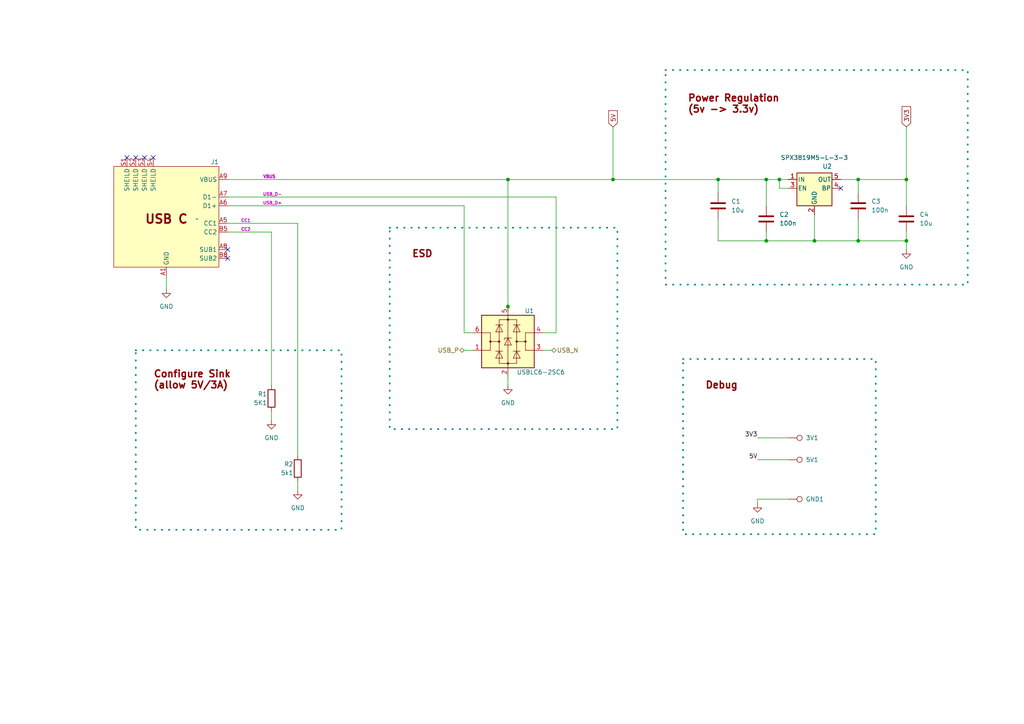
<source format=kicad_sch>
(kicad_sch (version 20231120) (generator "eeschema") (generator_version "8.0")
  (paper "A4")
  (title_block (title "Firefly Pixie") (date "2023-10-24") (rev "rev.4.3"))
  (lib_symbols
    (symbol "Connector:TestPoint" (pin_numbers hide) (pin_names (offset 0.762) hide)
      (property "Reference" "TP" (at 0 6.858 0))
      (property "Value" "TestPoint" (at 0 5.08 0))
      (symbol "TestPoint_0_1"
        (circle (center 0 3.302) (radius 0.762))
      )
      (symbol "TestPoint_1_1"
        (pin passive line (at 0 0 90) (length 2.54) (name "1") (number "1"))
      )
    )
    (symbol "Device:C" (pin_numbers hide) (pin_names (offset 0.254))
      (property "Reference" "C" (at 0.635 2.54 0))
      (property "Value" "C" (at 0.635 -2.54 0))
      (symbol "C_0_1"
        (polyline (pts (xy -2.032 -0.762) (xy 2.032 -0.762)) (stroke (width 0.508)))
        (polyline (pts (xy -2.032 0.762) (xy 2.032 0.762)) (stroke (width 0.508)))
      )
      (symbol "C_1_1"
        (pin passive line (at 0 3.81 270) (length 2.794) (name "~") (number "1"))
        (pin passive line (at 0 -3.81 90) (length 2.794) (name "~") (number "2"))
      )
    )
    (symbol "Device:R" (pin_numbers hide) (pin_names (offset 0))
      (property "Reference" "R" (at 2.032 0 90))
      (property "Value" "R" (at 0 0 90))
      (symbol "R_0_1"
        (rectangle (start -1.016 -2.54) (end 1.016 2.54) (stroke (width 0.254)))
      )
      (symbol "R_1_1"
        (pin passive line (at 0 3.81 270) (length 1.27) (name "~") (number "1"))
        (pin passive line (at 0 -3.81 90) (length 1.27) (name "~") (number "2"))
      )
    )
    (symbol "Firefly:USB_C_SINK"
      (property "Reference" "J" (at 16.51 -17.78 0))
      (symbol "USB_C_SINK_1_1"
        (rectangle (start -15.24 13.97) (end 15.24 -15.24) (fill (type background)))
        (text "USB C" (at 0 -1.27 0) (effects (font (size 2.54 2.54) (bold yes))))
        (pin passive line (at 0 -17.78 90) (length 2.54) (name "GND") (number "A1"))
        (pin passive line (at 0 -17.78 90) (length 2.54) hide (name "GND") (number "A12"))
        (pin passive line (at 17.78 10.16 180) (length 2.54) hide (name "VBUS") (number "A4"))
        (pin bidirectional line (at 17.78 -2.54 180) (length 2.54) (name "CC1") (number "A5"))
        (pin bidirectional line (at 17.78 2.54 180) (length 2.54) (name "D1+") (number "A6"))
        (pin bidirectional line (at 17.78 5.08 180) (length 2.54) (name "D1-") (number "A7"))
        (pin bidirectional line (at 17.78 -10.16 180) (length 2.54) (name "SUB1") (number "A8"))
        (pin bidirectional line (at 17.78 10.16 180) (length 2.54) (name "VBUS") (number "A9"))
        (pin passive line (at 0 -17.78 90) (length 2.54) hide (name "GND") (number "B1"))
        (pin passive line (at 0 -17.78 90) (length 2.54) hide (name "GND") (number "B12"))
        (pin bidirectional line (at 17.78 10.16 180) (length 2.54) hide (name "VBUS") (number "B4"))
        (pin bidirectional line (at 17.78 -5.08 180) (length 2.54) (name "CC2") (number "B5"))
        (pin bidirectional line (at 17.78 2.54 180) (length 2.54) hide (name "D2+") (number "B6"))
        (pin bidirectional line (at 17.78 5.08 180) (length 2.54) hide (name "D2-") (number "B7"))
        (pin bidirectional line (at 17.78 -12.7 180) (length 2.54) (name "SUB2") (number "B8"))
        (pin passive line (at 17.78 10.16 180) (length 2.54) hide (name "VBUS") (number "B9"))
        (pin passive line (at -11.43 16.51 270) (length 2.54) (name "SHEILD") (number "S1"))
        (pin passive line (at -8.89 16.51 270) (length 2.54) (name "SHEILD") (number "S2"))
        (pin passive line (at -6.35 16.51 270) (length 2.54) (name "SHEILD") (number "S3"))
        (pin passive line (at -3.81 16.51 270) (length 2.54) (name "SHEILD") (number "S4"))
      )
    )
    (symbol "Power_Protection:USBLC6-2SC6" (pin_names hide)
      (property "Reference" "U" (at 2.54 8.89 0))
      (property "Value" "USBLC6-2SC6" (at 2.54 -8.89 0))
      (symbol "USBLC6-2SC6_0_1"
        (rectangle (start -7.62 -7.62) (end 7.62 7.62) (stroke (width 0.254)) (fill (type background)))
        (circle (center -5.08 0) (radius 0.254) (fill (type outline)))
        (circle (center -2.54 0) (radius 0.254) (fill (type outline)))
        (rectangle (start -2.54 6.35) (end 2.54 -6.35))
        (circle (center 0 -6.35) (radius 0.254) (fill (type outline)))
        (polyline (pts (xy -5.08 -2.54) (xy -7.62 -2.54)))
        (polyline (pts (xy -5.08 0) (xy -5.08 -2.54)))
        (polyline (pts (xy -5.08 2.54) (xy -7.62 2.54)))
        (polyline (pts (xy -1.524 -2.794) (xy -3.556 -2.794)))
        (polyline (pts (xy -1.524 4.826) (xy -3.556 4.826)))
        (polyline (pts (xy 0 -7.62) (xy 0 -6.35)))
        (polyline (pts (xy 0 -6.35) (xy 0 1.27)))
        (polyline (pts (xy 0 1.27) (xy 0 6.35)))
        (polyline (pts (xy 0 6.35) (xy 0 7.62)))
        (polyline (pts (xy 1.524 -2.794) (xy 3.556 -2.794)))
        (polyline (pts (xy 1.524 4.826) (xy 3.556 4.826)))
        (polyline (pts (xy 5.08 -2.54) (xy 7.62 -2.54)))
        (polyline (pts (xy 5.08 0) (xy 5.08 -2.54)))
        (polyline (pts (xy 5.08 2.54) (xy 7.62 2.54)))
        (polyline (pts (xy -2.54 0) (xy -5.08 0) (xy -5.08 2.54)))
        (polyline (pts (xy 2.54 0) (xy 5.08 0) (xy 5.08 2.54)))
        (polyline (pts (xy -3.556 -4.826) (xy -1.524 -4.826) (xy -2.54 -2.794) (xy -3.556 -4.826)))
        (polyline (pts (xy -3.556 2.794) (xy -1.524 2.794) (xy -2.54 4.826) (xy -3.556 2.794)))
        (polyline (pts (xy -1.016 -1.016) (xy 1.016 -1.016) (xy 0 1.016) (xy -1.016 -1.016)))
        (polyline (pts (xy 1.016 1.016) (xy 0.762 1.016) (xy -1.016 1.016) (xy -1.016 0.508)))
        (polyline (pts (xy 3.556 -4.826) (xy 1.524 -4.826) (xy 2.54 -2.794) (xy 3.556 -4.826)))
        (polyline (pts (xy 3.556 2.794) (xy 1.524 2.794) (xy 2.54 4.826) (xy 3.556 2.794)))
        (circle (center 0 6.35) (radius 0.254) (fill (type outline)))
        (circle (center 2.54 0) (radius 0.254) (fill (type outline)))
        (circle (center 5.08 0) (radius 0.254) (fill (type outline)))
      )
      (symbol "USBLC6-2SC6_1_1"
        (pin passive line (at -10.16 -2.54 0) (length 2.54) (name "I/O1") (number "1"))
        (pin passive line (at 0 -10.16 90) (length 2.54) (name "GND") (number "2"))
        (pin passive line (at 10.16 -2.54 180) (length 2.54) (name "I/O2") (number "3"))
        (pin passive line (at 10.16 2.54 180) (length 2.54) (name "I/O2") (number "4"))
        (pin passive line (at 0 10.16 270) (length 2.54) (name "VBUS") (number "5"))
        (pin passive line (at -10.16 2.54 0) (length 2.54) (name "I/O1") (number "6"))
      )
    )
    (symbol "Regulator_Linear:SPX3819M5-L-3-3" (pin_names (offset 0.254))
      (property "Reference" "U" (at -3.81 5.715 0))
      (property "Value" "SPX3819M5-L-3-3" (at 0 5.715 0))
      (symbol "SPX3819M5-L-3-3_0_1"
        (rectangle (start -5.08 4.445) (end 5.08 -5.08) (stroke (width 0.254)) (fill (type background)))
      )
      (symbol "SPX3819M5-L-3-3_1_1"
        (pin power_in line (at -7.62 2.54 0) (length 2.54) (name "IN") (number "1"))
        (pin power_in line (at 0 -7.62 90) (length 2.54) (name "GND") (number "2"))
        (pin input line (at -7.62 0 0) (length 2.54) (name "EN") (number "3"))
        (pin input line (at 7.62 0 180) (length 2.54) (name "BP") (number "4"))
        (pin power_out line (at 7.62 2.54 180) (length 2.54) (name "OUT") (number "5"))
      )
    )
    (symbol "power:GND" (power) (pin_names (offset 0))
      (property "Value" "GND" (at 0 -3.81 0))
      (symbol "GND_0_1"
        (polyline (pts (xy 0 0) (xy 0 -1.27) (xy 1.27 -1.27) (xy 0 -2.54) (xy -1.27 -1.27) (xy 0 -1.27)))
      )
      (symbol "GND_1_1"
        (pin power_in line (at 0 0 270) (length 0) hide (name "GND") (number "1"))
      )
    )
  )
  (junction (at 222.25 52.07))
  (junction (at 147.32 88.9))
  (junction (at 248.92 69.85))
  (junction (at 262.89 69.85))
  (junction (at 226.06 52.07))
  (junction (at 208.28 52.07))
  (junction (at 236.22 69.85))
  (junction (at 177.8 52.07))
  (junction (at 147.32 52.07))
  (junction (at 262.89 52.07))
  (junction (at 248.92 52.07))
  (junction (at 222.25 69.85))
  (no_connect (at 44.45 45.72))
  (no_connect (at 66.04 72.39))
  (no_connect (at 41.91 45.72))
  (no_connect (at 36.83 45.72))
  (no_connect (at 243.84 54.61))
  (no_connect (at 39.37 45.72))
  (no_connect (at 66.04 74.93))
  (wire (pts (xy 219.71 144.78) (xy 219.71 146.05)))
  (wire (pts (xy 226.06 52.07) (xy 226.06 54.61)))
  (wire (pts (xy 161.29 57.15) (xy 161.29 96.52)))
  (wire (pts (xy 248.92 63.5) (xy 248.92 69.85)))
  (wire (pts (xy 134.62 101.6) (xy 137.16 101.6)))
  (wire (pts (xy 236.22 69.85) (xy 222.25 69.85)))
  (wire (pts (xy 219.71 127) (xy 228.6 127)))
  (wire (pts (xy 134.62 96.52) (xy 137.16 96.52)))
  (wire (pts (xy 177.8 36.83) (xy 177.8 52.07)))
  (wire (pts (xy 86.36 64.77) (xy 66.04 64.77)))
  (wire (pts (xy 208.28 69.85) (xy 222.25 69.85)))
  (wire (pts (xy 48.26 80.01) (xy 48.26 83.82)))
  (wire (pts (xy 86.36 64.77) (xy 86.36 132.08)))
  (wire (pts (xy 134.62 59.69) (xy 134.62 96.52)))
  (wire (pts (xy 228.6 54.61) (xy 226.06 54.61)))
  (wire (pts (xy 147.32 52.07) (xy 177.8 52.07)))
  (wire (pts (xy 208.28 52.07) (xy 222.25 52.07)))
  (wire (pts (xy 219.71 133.35) (xy 228.6 133.35)))
  (wire (pts (xy 222.25 52.07) (xy 222.25 59.69)))
  (wire (pts (xy 262.89 67.31) (xy 262.89 69.85)))
  (wire (pts (xy 208.28 63.5) (xy 208.28 69.85)))
  (wire (pts (xy 157.48 96.52) (xy 161.29 96.52)))
  (wire (pts (xy 236.22 62.23) (xy 236.22 69.85)))
  (wire (pts (xy 208.28 52.07) (xy 208.28 55.88)))
  (wire (pts (xy 66.04 52.07) (xy 147.32 52.07)))
  (wire (pts (xy 262.89 69.85) (xy 248.92 69.85)))
  (wire (pts (xy 134.62 59.69) (xy 66.04 59.69)))
  (wire (pts (xy 248.92 52.07) (xy 243.84 52.07)))
  (wire (pts (xy 222.25 67.31) (xy 222.25 69.85)))
  (wire (pts (xy 262.89 36.83) (xy 262.89 52.07)))
  (wire (pts (xy 262.89 69.85) (xy 262.89 72.39)))
  (wire (pts (xy 262.89 52.07) (xy 248.92 52.07)))
  (wire (pts (xy 78.74 67.31) (xy 66.04 67.31)))
  (wire (pts (xy 78.74 67.31) (xy 78.74 111.76)))
  (wire (pts (xy 157.48 101.6) (xy 160.02 101.6)))
  (wire (pts (xy 86.36 139.7) (xy 86.36 142.24)))
  (wire (pts (xy 177.8 52.07) (xy 208.28 52.07)))
  (wire (pts (xy 147.32 109.22) (xy 147.32 111.76)))
  (wire (pts (xy 78.74 119.38) (xy 78.74 121.92)))
  (wire (pts (xy 262.89 59.69) (xy 262.89 52.07)))
  (wire (pts (xy 147.32 90.17) (xy 147.32 88.9)))
  (wire (pts (xy 228.6 144.78) (xy 219.71 144.78)))
  (wire (pts (xy 147.32 52.07) (xy 147.32 88.9)))
  (wire (pts (xy 222.25 52.07) (xy 226.06 52.07)))
  (wire (pts (xy 248.92 69.85) (xy 236.22 69.85)))
  (wire (pts (xy 161.29 57.15) (xy 66.04 57.15)))
  (wire (pts (xy 248.92 52.07) (xy 248.92 55.88)))
  (wire (pts (xy 226.06 52.07) (xy 228.6 52.07)))
  (rectangle (start 113.03 66.04) (end 179.07 124.46) (stroke (width 0.5) (type dot) (color 0 132 132 1)))
  (rectangle (start 193.04 20.32) (end 280.67 82.55) (stroke (width 0.5) (type dot) (color 0 132 132 1)))
  (rectangle (start 198.12 104.14) (end 254 154.94) (stroke (width 0.5) (type dot) (color 0 132 132 1)))
  (rectangle (start 39.37 101.6) (end 99.06 153.67) (stroke (width 0.5) (type dot) (color 0 132 132 1)))
  (text "Power Regulation\n(5v -> 3.3v)" (at 199.39 33.02 0) (effects (font (size 2 2) (thickness 0.4) (bold yes)) (justify left bottom)))
  (text "Configure Sink\n(allow 5V/3A)" (at 44.45 113.03 0) (effects (font (size 2 2) (thickness 0.4) (bold yes)) (justify left bottom)))
  (text "ESD" (at 119.38 74.93 0) (effects (font (size 2 2) (thickness 0.4) (bold yes)) (justify left bottom)))
  (text "Debug" (at 204.47 113.03 0) (effects (font (size 2 2) (thickness 0.4) (bold yes)) (justify left bottom)))
  (label "USB_D-" (at 76.2 57.15 0) (effects (font (size 0.9 0.9) (thickness 0.18) (bold yes))))
  (label "5V" (at 219.71 133.35 180))
  (label "CC2" (at 69.85 67.31 0) (effects (font (size 0.9 0.9) (thickness 0.18) (bold yes))))
  (label "3V3" (at 219.71 127 180))
  (label "CC1" (at 69.85 64.77 0) (effects (font (size 0.9 0.9) (thickness 0.18) (bold yes))))
  (label "USB_D+" (at 76.2 59.69 0) (effects (font (size 0.9 0.9) (thickness 0.18) (bold yes))))
  (label "VBUS" (at 80.01 52.07 180) (effects (font (size 0.9 0.9) (thickness 0.254) (bold yes))))
  (global_label "5V" (shape input) (at 177.8 36.83 90) (property "Intersheetrefs" "${INTERSHEET_REFS}" (effects (hide yes))))
  (global_label "3V3" (shape input) (at 262.89 36.83 90) (property "Intersheetrefs" "${INTERSHEET_REFS}" (effects (hide yes))))
  (hierarchical_label "USB_P" (shape bidirectional) (at 134.62 101.6 180))
  (hierarchical_label "USB_N" (shape bidirectional) (at 160.02 101.6 0))
  (symbol (lib_id "Firefly:USB_C_SINK") (at 48.26 62.23 0) (unit 1)
    (property "Reference" "J1" (at 63.5 46.99 0) (effects (justify right)))
    (property "Value" "~" (at 57.15 63.5 0))
    (property "Footprint" "firefly:USB_C_SINK" (effects (hide yes)))
    (property "MPN" "C2906289" (effects (hide yes)))
  )
  (symbol (lib_id "power:GND") (at 48.26 83.82 0) (unit 1)
    (property "Reference" "#PWR02" (effects (hide yes)))
    (property "Value" "GND" (at 48.26 88.9 0))
  )
  (symbol (lib_id "Connector:TestPoint") (at 228.6 127 270) (unit 1) (in_bom no)
    (property "Reference" "3V1" (at 233.68 127 90) (effects (justify left)))
    (property "Value" "TestPoint" (effects (hide yes)))
    (property "Footprint" "TestPoint:TestPoint_Pad_1.0x1.0mm" (effects (hide yes)))
  )
  (symbol (lib_id "power:GND") (at 78.74 121.92 0) (unit 1)
    (property "Reference" "#PWR03" (effects (hide yes)))
    (property "Value" "GND" (at 78.74 127 0))
  )
  (symbol (lib_id "Device:R") (at 78.74 115.57 180) (unit 1)
    (property "Reference" "R1" (at 77.47 114.3 0) (effects (justify left)))
    (property "Value" "5K1" (at 77.47 116.84 0) (effects (justify left)))
    (property "Footprint" "Resistor_SMD:R_0201_0603Metric" (effects (hide yes)))
    (property "MPN" "C274341" (effects (hide yes)))
  )
  (symbol (lib_id "Device:R") (at 86.36 135.89 180) (unit 1)
    (property "Reference" "R2" (at 85.09 134.62 0) (effects (justify left)))
    (property "Value" "5k1" (at 85.09 137.16 0) (effects (justify left)))
    (property "Footprint" "Resistor_SMD:R_0201_0603Metric" (effects (hide yes)))
    (property "MPN" "C274341" (effects (hide yes)))
  )
  (symbol (lib_id "Connector:TestPoint") (at 228.6 144.78 270) (unit 1) (in_bom no)
    (property "Reference" "GND1" (at 233.68 144.78 90) (effects (justify left)))
    (property "Value" "TestPoint" (effects (hide yes)))
    (property "Footprint" "TestPoint:TestPoint_Pad_1.0x1.0mm" (effects (hide yes)))
  )
  (symbol (lib_id "Regulator_Linear:SPX3819M5-L-3-3") (at 236.22 54.61 0) (unit 1)
    (property "Reference" "U2" (at 241.3 48.26 0) (effects (justify right)))
    (property "Value" "SPX3819M5-L-3-3" (at 236.22 45.72 0))
    (property "Footprint" "Package_TO_SOT_SMD:SOT-23-5" (effects (hide yes)))
    (property "Datasheet" "https://www.exar.com/content/document.ashx?id=22106&languageid=1033&type=Datasheet&partnumber=SPX3819&filename=SPX3819.pdf&part=SPX3819" (effects (hide yes)))
    (property "MPN" "C5370980" (effects (hide yes)))
  )
  (symbol (lib_id "Device:C") (at 262.89 63.5 0) (unit 1)
    (property "Reference" "C4" (at 266.7 62.2299 0) (effects (justify left)))
    (property "Value" "10u" (at 266.7 64.7699 0) (effects (justify left)))
    (property "Footprint" "Capacitor_SMD:C_0402_1005Metric" (effects (hide yes)))
    (property "MPN" "C315248" (effects (hide yes)))
  )
  (symbol (lib_id "Device:C") (at 222.25 63.5 0) (unit 1)
    (property "Reference" "C2" (at 226.06 62.2299 0) (effects (justify left)))
    (property "Value" "100n" (at 226.06 64.7699 0) (effects (justify left)))
    (property "Footprint" "Capacitor_SMD:C_0201_0603Metric" (effects (hide yes)))
    (property "MPN" "C284966" (effects (hide yes)))
  )
  (symbol (lib_id "Device:C") (at 248.92 59.69 0) (unit 1)
    (property "Reference" "C3" (at 252.73 58.4199 0) (effects (justify left)))
    (property "Value" "100n" (at 252.73 60.9599 0) (effects (justify left)))
    (property "Footprint" "Capacitor_SMD:C_0201_0603Metric" (effects (hide yes)))
    (property "MPN" "C284966" (effects (hide yes)))
  )
  (symbol (lib_id "power:GND") (at 262.89 72.39 0) (unit 1)
    (property "Reference" "#PWR07" (effects (hide yes)))
    (property "Value" "GND" (at 262.89 77.47 0))
  )
  (symbol (lib_id "power:GND") (at 219.71 146.05 0) (unit 1)
    (property "Reference" "#PWR06" (effects (hide yes)))
    (property "Value" "GND" (at 219.71 151.13 0))
  )
  (symbol (lib_id "Connector:TestPoint") (at 228.6 133.35 270) (unit 1) (in_bom no)
    (property "Reference" "5V1" (at 233.68 133.35 90) (effects (justify left)))
    (property "Value" "TestPoint" (effects (hide yes)))
    (property "Footprint" "TestPoint:TestPoint_Pad_1.0x1.0mm" (effects (hide yes)))
  )
  (symbol (lib_id "Power_Protection:USBLC6-2SC6") (at 147.32 99.06 0) (unit 1)
    (property "Reference" "U1" (at 154.94 90.17 0) (effects (justify right)))
    (property "Value" "USBLC6-2SC6" (at 149.86 107.95 0) (effects (justify left)))
    (property "Footprint" "Package_TO_SOT_SMD:SOT-563" (effects (hide yes)))
    (property "Datasheet" "https://www.st.com/resource/en/datasheet/usblc6-2.pdf" (effects (hide yes)))
    (property "MPN" "C2827693" (effects (hide yes)))
  )
  (symbol (lib_id "power:GND") (at 86.36 142.24 0) (unit 1)
    (property "Reference" "#PWR04" (effects (hide yes)))
    (property "Value" "GND" (at 86.36 147.32 0))
  )
  (symbol (lib_id "Device:C") (at 208.28 59.69 0) (unit 1)
    (property "Reference" "C1" (at 212.09 58.4199 0) (effects (justify left)))
    (property "Value" "10u" (at 212.09 60.9599 0) (effects (justify left)))
    (property "Footprint" "Capacitor_SMD:C_0402_1005Metric" (effects (hide yes)))
    (property "MPN" "C315248" (effects (hide yes)))
  )
  (symbol (lib_id "power:GND") (at 147.32 111.76 0) (unit 1)
    (property "Reference" "#PWR05" (effects (hide yes)))
    (property "Value" "GND" (at 147.32 116.84 0))
  )
)
</source>
